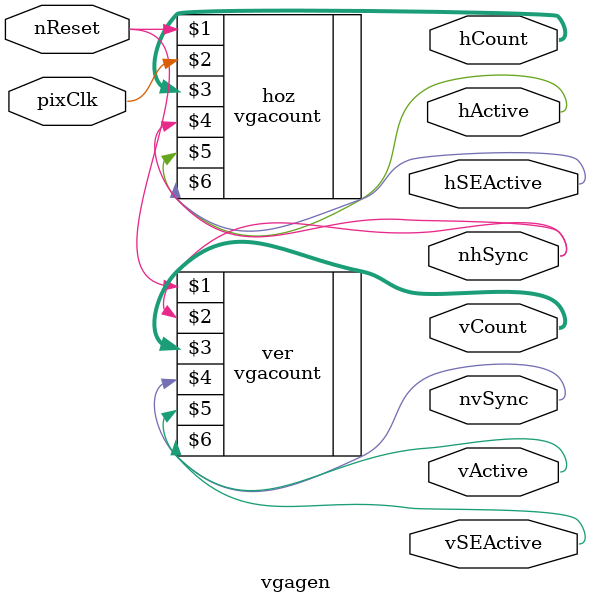
<source format=sv>
/******************************************************************************
 * SE-VGA
 * VGA timing generator
 * techav
 * 2021-04-06
 ******************************************************************************
 * Generates VGA timing signals & counters
 *****************************************************************************/

`ifndef VGAGEN
    `define VGAGEN

`include "vgacount.sv"

module vgagen (
    input wire             nReset,     // master reset signal
    input wire             pixClk,     // 25.175MHz pixel clock
    output logic [9:0]     hCount,     // horizontal pixel count
    output wire            hActive,    // horizontal VGA active video signal
    output wire            hSEActive,  // horizontal SE active video signal
    output wire            nhSync,     // horizontal sync pulse signal
    output logic [9:0]     vCount,     // vertical line count
    output wire            vActive,    // vertical VGA active video signal
    output wire            vSEActive,  // vertical SE active video signal
    output wire            nvSync      // vertical sync pulse signal
);

// Generate horizontal signal timing
vgacount #(800,592,688,576,736,512) hoz(nReset,pixClk,hCount,nhSync,hActive,hSEActive);
// Generate vertical signal timing
vgacount #(525,421,423,411,456,342) ver(nReset,nhSync,vCount,nvSync,vActive,vSEActive);

endmodule

`endif
</source>
